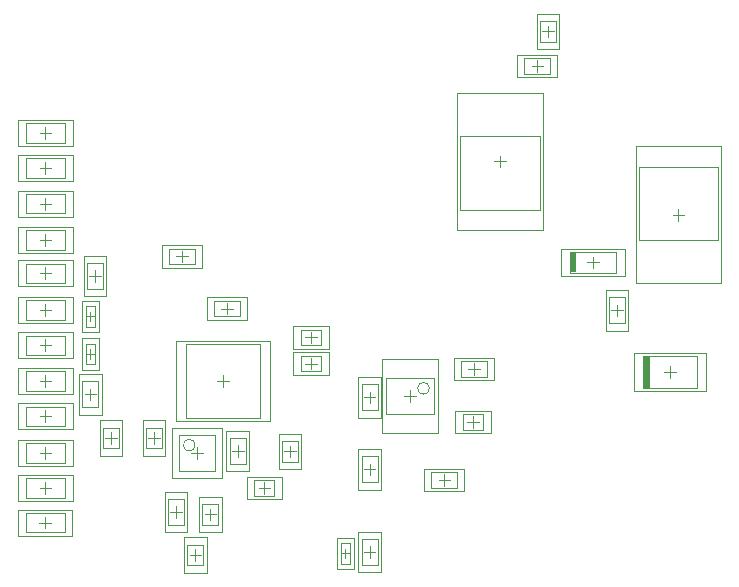
<source format=gm1>
G04*
G04 #@! TF.GenerationSoftware,Altium Limited,Altium Designer,19.0.15 (446)*
G04*
G04 Layer_Color=16711935*
%FSLAX25Y25*%
%MOIN*%
G70*
G01*
G75*
%ADD13C,0.00394*%
%ADD17R,0.02436X0.10984*%
%ADD18R,0.02039X0.07087*%
%ADD19C,0.00197*%
D13*
X113409Y69114D02*
G03*
X113409Y69114I-1969J0D01*
G01*
X191496Y88059D02*
G03*
X191496Y88059I-1969J0D01*
G01*
X261213Y137453D02*
X287787D01*
X261213Y161941D02*
X287787D01*
X261213Y137453D02*
Y161941D01*
X287787Y137453D02*
Y161941D01*
X56890Y40059D02*
X69882D01*
X56890Y46555D02*
X69882D01*
Y40059D02*
Y46555D01*
X56890Y40059D02*
Y46555D01*
X57004Y51505D02*
X69996D01*
X57004Y58001D02*
X69996D01*
Y51505D02*
Y58001D01*
X57004Y51505D02*
Y58001D01*
Y63209D02*
X69996D01*
X57004Y69705D02*
X69996D01*
Y63209D02*
Y69705D01*
X57004Y63209D02*
Y69705D01*
Y75492D02*
X69996D01*
X57004Y81988D02*
X69996D01*
Y75492D02*
Y81988D01*
X57004Y75492D02*
Y81988D01*
Y87252D02*
X69996D01*
X57004Y93748D02*
X69996D01*
Y87252D02*
Y93748D01*
X57004Y87252D02*
Y93748D01*
Y99114D02*
X69996D01*
X57004Y105610D02*
X69996D01*
Y99114D02*
Y105610D01*
X57004Y99114D02*
Y105610D01*
Y110925D02*
X69996D01*
X57004Y117421D02*
X69996D01*
Y110925D02*
Y117421D01*
X57004Y110925D02*
Y117421D01*
Y123153D02*
X69996D01*
X57004Y129650D02*
X69996D01*
Y123153D02*
Y129650D01*
X57004Y123153D02*
Y129650D01*
Y134252D02*
X69996D01*
X57004Y140748D02*
X69996D01*
Y134252D02*
Y140748D01*
X57004Y134252D02*
Y140748D01*
Y146358D02*
X69996D01*
X57004Y152854D02*
X69996D01*
Y146358D02*
Y152854D01*
X57004Y146358D02*
Y152854D01*
Y158169D02*
X69996D01*
X57004Y164665D02*
X69996D01*
Y158169D02*
Y164665D01*
X57004Y158169D02*
Y164665D01*
Y169980D02*
X69996D01*
X57004Y176476D02*
X69996D01*
Y169980D02*
Y176476D01*
X57004Y169980D02*
Y176476D01*
X223169Y192842D02*
X231831D01*
X223169Y198158D02*
X231831D01*
Y192842D02*
Y198158D01*
X223169Y192842D02*
Y198158D01*
X262659Y88008D02*
X280769D01*
X262659Y98992D02*
X280769D01*
Y88008D02*
Y98992D01*
X262659Y88008D02*
Y98992D01*
X201713Y172142D02*
X228287D01*
X201713Y147653D02*
X228287D01*
Y172142D01*
X201713Y147653D02*
Y172142D01*
X251421Y109669D02*
Y118331D01*
X256736Y109669D02*
Y118331D01*
X251421Y109669D02*
X256736D01*
X251421Y118331D02*
X256736D01*
X238421Y126457D02*
Y133543D01*
X253579Y126457D02*
Y133543D01*
X238421D02*
X253579D01*
X238421Y126457D02*
X253579D01*
X77342Y121169D02*
Y129831D01*
X82657Y121169D02*
Y129831D01*
X77342Y121169D02*
X82657D01*
X77342Y129831D02*
X82657D01*
X107898Y60453D02*
Y72658D01*
X120102Y60453D02*
Y72658D01*
X107898D02*
X120102D01*
X107898Y60453D02*
X120102D01*
X148653Y107658D02*
X155347D01*
X148653Y102342D02*
X155347D01*
X148653D02*
Y107658D01*
X155347Y102342D02*
Y107658D01*
X148653Y98979D02*
X155347D01*
X148653Y93664D02*
X155347D01*
X148653D02*
Y98979D01*
X155347Y93664D02*
Y98979D01*
X110350Y102969D02*
X135153D01*
X110350Y78165D02*
X135153D01*
X110350D02*
Y102969D01*
X135153Y78165D02*
Y102969D01*
X133153Y57540D02*
X139847D01*
X133153Y52225D02*
X139847D01*
X133153D02*
Y57540D01*
X139847Y52225D02*
Y57540D01*
X119669Y117315D02*
X128331D01*
X119669Y112000D02*
X128331D01*
X119669D02*
Y117315D01*
X128331Y112000D02*
Y117315D01*
X104669Y129342D02*
X113331D01*
X104669Y134658D02*
X113331D01*
Y129342D02*
Y134658D01*
X104669Y129342D02*
Y134658D01*
X174210Y29169D02*
Y37831D01*
X168895Y29169D02*
Y37831D01*
X174210D01*
X168895Y29169D02*
X174210D01*
X115842Y42654D02*
Y49347D01*
X121158Y42654D02*
Y49347D01*
X115842Y42654D02*
X121158D01*
X115842Y49347D02*
X121158D01*
X116157Y29153D02*
Y35846D01*
X110843Y29153D02*
Y35846D01*
X116157D01*
X110843Y29153D02*
X116157D01*
X202654Y79398D02*
X209347D01*
X202654Y74083D02*
X209347D01*
X202654D02*
Y79398D01*
X209347Y74083D02*
Y79398D01*
X228386Y203654D02*
Y210347D01*
X233701Y203654D02*
Y210347D01*
X228386Y203654D02*
X233701D01*
X228386Y210347D02*
X233701D01*
X202024Y97158D02*
X210685D01*
X202024Y91843D02*
X210685D01*
X202024D02*
Y97158D01*
X210685Y91843D02*
Y97158D01*
X192169Y54799D02*
X200831D01*
X192169Y60114D02*
X200831D01*
Y54799D02*
Y60114D01*
X192169Y54799D02*
Y60114D01*
X174210Y80669D02*
Y89331D01*
X168895Y80669D02*
Y89331D01*
X174210D01*
X168895Y80669D02*
X174210D01*
X168895Y56669D02*
Y65331D01*
X174210Y56669D02*
Y65331D01*
X168895Y56669D02*
X174210D01*
X168895Y65331D02*
X174210D01*
X161925Y29653D02*
X165075D01*
X161925Y36346D02*
X165075D01*
X161925Y29653D02*
Y36346D01*
X165075Y29653D02*
Y36346D01*
X81157Y81669D02*
Y90331D01*
X75842Y81669D02*
Y90331D01*
X81157D01*
X75842Y81669D02*
X81157D01*
X76925Y96153D02*
X80075D01*
X76925Y102847D02*
X80075D01*
X76925Y96153D02*
Y102847D01*
X80075Y96153D02*
Y102847D01*
X130221Y62717D02*
Y71378D01*
X124907Y62717D02*
Y71378D01*
X130221D01*
X124907Y62717D02*
X130221D01*
X76925Y115347D02*
X80075D01*
X76925Y108653D02*
X80075D01*
Y115347D01*
X76925Y108653D02*
Y115347D01*
X109658Y42371D02*
Y51033D01*
X104342Y42371D02*
Y51033D01*
X109658D01*
X104342Y42371D02*
X109658D01*
X147658Y63653D02*
Y70346D01*
X142342Y63653D02*
Y70346D01*
X147658D01*
X142342Y63653D02*
X147658D01*
X87992Y68154D02*
Y74847D01*
X82677Y68154D02*
Y74847D01*
X87992D01*
X82677Y68154D02*
X87992D01*
X102264D02*
Y74847D01*
X96949Y68154D02*
Y74847D01*
X102264D01*
X96949Y68154D02*
X102264D01*
X176929Y79398D02*
Y91602D01*
X193071Y79398D02*
Y91602D01*
X176929Y79398D02*
X193071D01*
X176929Y91602D02*
X193071D01*
X274500Y143949D02*
Y147886D01*
X272532Y145917D02*
X276468D01*
X63386Y41339D02*
Y45276D01*
X61417Y43307D02*
X65354D01*
X63500Y52785D02*
Y56722D01*
X61532Y54753D02*
X65469D01*
X63500Y64488D02*
Y68425D01*
X61532Y66457D02*
X65469D01*
X63500Y76772D02*
Y80709D01*
X61532Y78740D02*
X65469D01*
X63500Y88532D02*
Y92469D01*
X61532Y90500D02*
X65469D01*
X63500Y100394D02*
Y104331D01*
X61532Y102362D02*
X65469D01*
X63500Y112205D02*
Y116142D01*
X61532Y114173D02*
X65469D01*
X63500Y124433D02*
Y128370D01*
X61532Y126401D02*
X65469D01*
X63500Y135531D02*
Y139469D01*
X61532Y137500D02*
X65469D01*
X63500Y147638D02*
Y151575D01*
X61532Y149606D02*
X65469D01*
X63500Y159449D02*
Y163386D01*
X61532Y161417D02*
X65469D01*
X63500Y171260D02*
Y175197D01*
X61532Y173228D02*
X65469D01*
X227500Y193532D02*
Y197468D01*
X225532Y195500D02*
X229468D01*
X271714Y91531D02*
Y95468D01*
X269746Y93500D02*
X273683D01*
X215000Y161709D02*
Y165646D01*
X213032Y163677D02*
X216968D01*
X252110Y114000D02*
X256047D01*
X254079Y112031D02*
Y115969D01*
X244032Y130000D02*
X247969D01*
X246000Y128032D02*
Y131968D01*
X78031Y125500D02*
X81968D01*
X80000Y123531D02*
Y127469D01*
X112031Y66555D02*
X115969D01*
X114000Y64587D02*
Y68524D01*
X152000Y103032D02*
Y106968D01*
X150031Y105000D02*
X153969D01*
X152000Y94353D02*
Y98290D01*
X150031Y96322D02*
X153969D01*
X122752Y88598D02*
Y92535D01*
X120783Y90567D02*
X124721D01*
X136500Y52914D02*
Y56851D01*
X134531Y54883D02*
X138469D01*
X124000Y112689D02*
Y116626D01*
X122031Y114657D02*
X125969D01*
X109000Y130032D02*
Y133968D01*
X107032Y132000D02*
X110968D01*
X169584Y33500D02*
X173521D01*
X171552Y31532D02*
Y35469D01*
X116532Y46000D02*
X120468D01*
X118500Y44032D02*
Y47969D01*
X111531Y32500D02*
X115469D01*
X113500Y30531D02*
Y34468D01*
X206000Y74772D02*
Y78709D01*
X204031Y76740D02*
X207968D01*
X229075Y207000D02*
X233012D01*
X231043Y205031D02*
Y208968D01*
X206354Y92532D02*
Y96469D01*
X204386Y94500D02*
X208323D01*
X196500Y55488D02*
Y59425D01*
X194532Y57457D02*
X198468D01*
X169584Y85000D02*
X173521D01*
X171552Y83031D02*
Y86968D01*
X169584Y61000D02*
X173521D01*
X171552Y59031D02*
Y62968D01*
X163500Y31425D02*
Y34575D01*
X161925Y33000D02*
X165075D01*
X76531Y86000D02*
X80468D01*
X78500Y84031D02*
Y87968D01*
Y97925D02*
Y101075D01*
X76925Y99500D02*
X80075D01*
X125595Y67047D02*
X129533D01*
X127564Y65079D02*
Y69016D01*
X78500Y110425D02*
Y113575D01*
X76925Y112000D02*
X80075D01*
X105032Y46702D02*
X108968D01*
X107000Y44733D02*
Y48670D01*
X143032Y67000D02*
X146968D01*
X145000Y65031D02*
Y68968D01*
X83366Y71500D02*
X87303D01*
X85335Y69532D02*
Y73469D01*
X97638Y71500D02*
X101575D01*
X99606Y69532D02*
Y73469D01*
X183031Y85500D02*
X186969D01*
X185000Y83531D02*
Y87468D01*
D17*
X263877Y93500D02*
D03*
D18*
X239441Y130000D02*
D03*
D19*
X260228Y123083D02*
X288772D01*
X260228Y168752D02*
X288772D01*
X260228Y123083D02*
Y168752D01*
X288772Y123083D02*
Y168752D01*
X54331Y38976D02*
X72441D01*
X54331Y47638D02*
X72441D01*
Y38976D02*
Y47638D01*
X54331Y38976D02*
Y47638D01*
X54445Y50422D02*
X72555D01*
X54445Y59084D02*
X72555D01*
Y50422D02*
Y59084D01*
X54445Y50422D02*
Y59084D01*
Y62126D02*
X72555D01*
X54445Y70787D02*
X72555D01*
Y62126D02*
Y70787D01*
X54445Y62126D02*
Y70787D01*
Y74409D02*
X72555D01*
X54445Y83071D02*
X72555D01*
Y74409D02*
Y83071D01*
X54445Y74409D02*
Y83071D01*
Y86169D02*
X72555D01*
X54445Y94831D02*
X72555D01*
Y86169D02*
Y94831D01*
X54445Y86169D02*
Y94831D01*
Y98032D02*
X72555D01*
X54445Y106693D02*
X72555D01*
Y98032D02*
Y106693D01*
X54445Y98032D02*
Y106693D01*
Y109843D02*
X72555D01*
X54445Y118504D02*
X72555D01*
Y109843D02*
Y118504D01*
X54445Y109843D02*
Y118504D01*
Y122071D02*
X72555D01*
X54445Y130732D02*
X72555D01*
Y122071D02*
Y130732D01*
X54445Y122071D02*
Y130732D01*
Y133169D02*
X72555D01*
X54445Y141831D02*
X72555D01*
Y133169D02*
Y141831D01*
X54445Y133169D02*
Y141831D01*
Y145276D02*
X72555D01*
X54445Y153937D02*
X72555D01*
Y145276D02*
Y153937D01*
X54445Y145276D02*
Y153937D01*
Y157087D02*
X72555D01*
X54445Y165748D02*
X72555D01*
Y157087D02*
Y165748D01*
X54445Y157087D02*
Y165748D01*
Y168898D02*
X72555D01*
X54445Y177559D02*
X72555D01*
Y168898D02*
Y177559D01*
X54445Y168898D02*
Y177559D01*
X220807Y191760D02*
X234193D01*
X220807Y199240D02*
X234193D01*
Y191760D02*
Y199240D01*
X220807Y191760D02*
Y199240D01*
X259706Y87004D02*
X283722D01*
X259706Y99996D02*
X283722D01*
Y87004D02*
Y99996D01*
X259706Y87004D02*
Y99996D01*
X200728Y186512D02*
X229272D01*
X200728Y140842D02*
X229272D01*
Y186512D01*
X200728Y140842D02*
Y186512D01*
X250339Y107307D02*
Y120693D01*
X257819Y107307D02*
Y120693D01*
X250339Y107307D02*
X257819D01*
X250339Y120693D02*
X257819D01*
X235370Y125472D02*
Y134528D01*
X256630Y125472D02*
Y134528D01*
X235370D02*
X256630D01*
X235370Y125472D02*
X256630D01*
X76260Y118807D02*
Y132193D01*
X83740Y118807D02*
Y132193D01*
X76260Y118807D02*
X83740D01*
X76260Y132193D02*
X83740D01*
X105732Y58287D02*
Y74823D01*
X122268Y58287D02*
Y74823D01*
X105732D02*
X122268D01*
X105732Y58287D02*
X122268D01*
X146095Y108740D02*
X157905D01*
X146095Y101260D02*
X157905D01*
X146095D02*
Y108740D01*
X157905Y101260D02*
Y108740D01*
X146095Y100062D02*
X157905D01*
X146095Y92582D02*
X157905D01*
X146095D02*
Y100062D01*
X157905Y92582D02*
Y100062D01*
X107102Y103953D02*
X138402D01*
X107102Y77181D02*
X138402D01*
X107102D02*
Y103953D01*
X138402Y77181D02*
Y103953D01*
X130595Y58623D02*
X142405D01*
X130595Y51143D02*
X142405D01*
X130595D02*
Y58623D01*
X142405Y51143D02*
Y58623D01*
X117307Y118398D02*
X130693D01*
X117307Y110917D02*
X130693D01*
X117307D02*
Y118398D01*
X130693Y110917D02*
Y118398D01*
X102307Y128260D02*
X115693D01*
X102307Y135740D02*
X115693D01*
Y128260D02*
Y135740D01*
X102307Y128260D02*
Y135740D01*
X175292Y26807D02*
Y40193D01*
X167812Y26807D02*
Y40193D01*
X175292D01*
X167812Y26807D02*
X175292D01*
X114760Y40095D02*
Y51906D01*
X122240Y40095D02*
Y51906D01*
X114760Y40095D02*
X122240D01*
X114760Y51906D02*
X122240D01*
X117240Y26594D02*
Y38405D01*
X109760Y26594D02*
Y38405D01*
X117240D01*
X109760Y26594D02*
X117240D01*
X200095Y80480D02*
X211906D01*
X200095Y73000D02*
X211906D01*
X200095D02*
Y80480D01*
X211906Y73000D02*
Y80480D01*
X227303Y201095D02*
Y212906D01*
X234784Y201095D02*
Y212906D01*
X227303Y201095D02*
X234784D01*
X227303Y212906D02*
X234784D01*
X199661Y98240D02*
X213047D01*
X199661Y90760D02*
X213047D01*
X199661D02*
Y98240D01*
X213047Y90760D02*
Y98240D01*
X189807Y53716D02*
X203193D01*
X189807Y61197D02*
X203193D01*
Y53716D02*
Y61197D01*
X189807Y53716D02*
Y61197D01*
X175292Y78307D02*
Y91693D01*
X167812Y78307D02*
Y91693D01*
X175292D01*
X167812Y78307D02*
X175292D01*
X167812Y54307D02*
Y67693D01*
X175292Y54307D02*
Y67693D01*
X167812Y54307D02*
X175292D01*
X167812Y67693D02*
X175292D01*
X160744Y27685D02*
X166256D01*
X160744Y38315D02*
X166256D01*
X160744Y27685D02*
Y38315D01*
X166256Y27685D02*
Y38315D01*
X82240Y79307D02*
Y92693D01*
X74760Y79307D02*
Y92693D01*
X82240D01*
X74760Y79307D02*
X82240D01*
X75744Y94185D02*
X81256D01*
X75744Y104815D02*
X81256D01*
X75744Y94185D02*
Y104815D01*
X81256Y94185D02*
Y104815D01*
X131304Y60354D02*
Y73740D01*
X123824Y60354D02*
Y73740D01*
X131304D01*
X123824Y60354D02*
X131304D01*
X75744Y117315D02*
X81256D01*
X75744Y106685D02*
X81256D01*
Y117315D01*
X75744Y106685D02*
Y117315D01*
X110740Y40009D02*
Y53395D01*
X103260Y40009D02*
Y53395D01*
X110740D01*
X103260Y40009D02*
X110740D01*
X148740Y61094D02*
Y72905D01*
X141260Y61094D02*
Y72905D01*
X148740D01*
X141260Y61094D02*
X148740D01*
X89075Y65595D02*
Y77406D01*
X81595Y65595D02*
Y77406D01*
X89075D01*
X81595Y65595D02*
X89075D01*
X103347D02*
Y77406D01*
X95866Y65595D02*
Y77406D01*
X103347D01*
X95866Y65595D02*
X103347D01*
X175748Y73098D02*
Y97902D01*
X194252Y73098D02*
Y97902D01*
X175748Y73098D02*
X194252D01*
X175748Y97902D02*
X194252D01*
M02*

</source>
